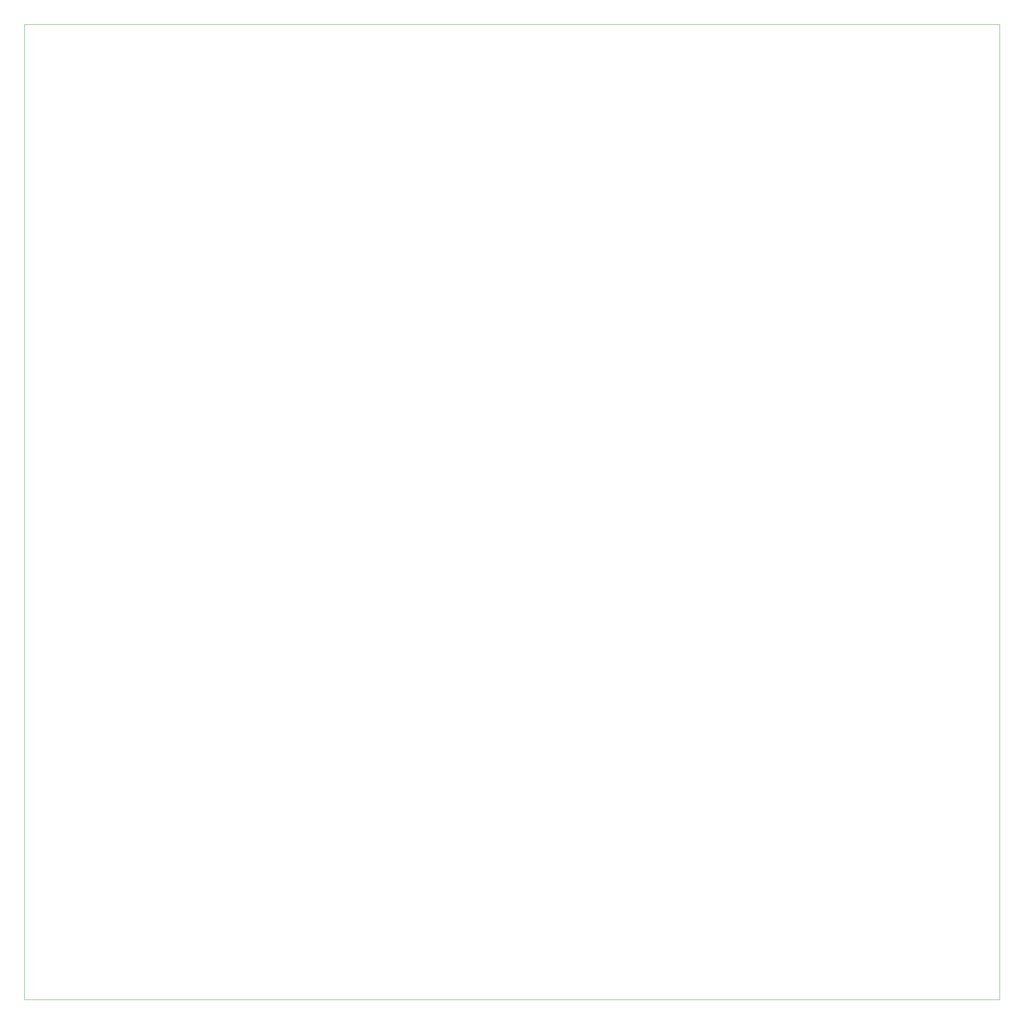
<source format=gbr>
%TF.GenerationSoftware,KiCad,Pcbnew,5.99.0-unknown-e376750~101~ubuntu19.10.1*%
%TF.CreationDate,2020-06-25T20:18:14+02:00*%
%TF.ProjectId,leds,6c656473-2e6b-4696-9361-645f70636258,rev?*%
%TF.SameCoordinates,Original*%
%TF.FileFunction,Profile,NP*%
%FSLAX46Y46*%
G04 Gerber Fmt 4.6, Leading zero omitted, Abs format (unit mm)*
G04 Created by KiCad (PCBNEW 5.99.0-unknown-e376750~101~ubuntu19.10.1) date 2020-06-25 20:18:14*
%MOMM*%
%LPD*%
G01*
G04 APERTURE LIST*
%TA.AperFunction,Profile*%
%ADD10C,0.050000*%
%TD*%
G04 APERTURE END LIST*
D10*
X15000000Y-220000000D02*
X15000000Y10000000D01*
X245000000Y-220000000D02*
X15000000Y-220000000D01*
X245000000Y10000000D02*
X245000000Y-220000000D01*
X15000000Y10000000D02*
X245000000Y10000000D01*
M02*

</source>
